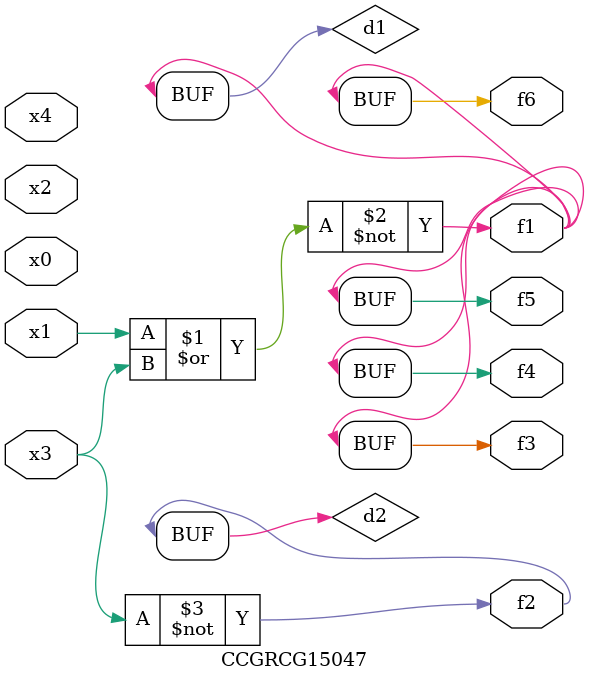
<source format=v>
module CCGRCG15047(
	input x0, x1, x2, x3, x4,
	output f1, f2, f3, f4, f5, f6
);

	wire d1, d2;

	nor (d1, x1, x3);
	not (d2, x3);
	assign f1 = d1;
	assign f2 = d2;
	assign f3 = d1;
	assign f4 = d1;
	assign f5 = d1;
	assign f6 = d1;
endmodule

</source>
